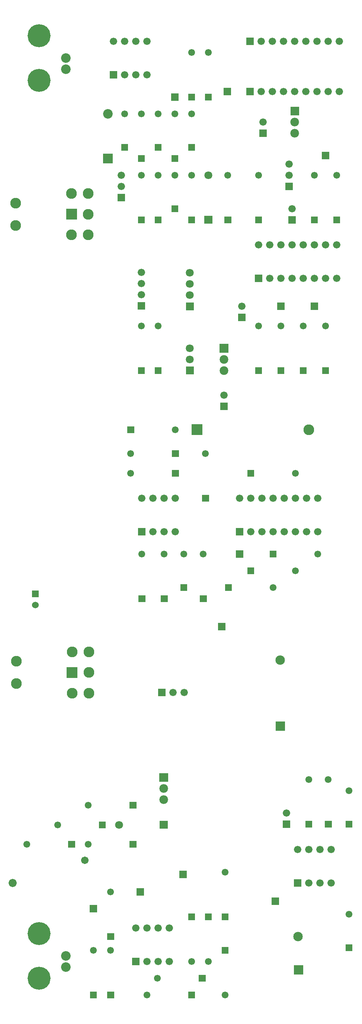
<source format=gbr>
G04 start of page 6 for group -4062 idx -4062 *
G04 Title: (unknown), soldermask *
G04 Creator: pcb 20091103 *
G04 CreationDate: Mon Oct  4 16:31:00 2010 UTC *
G04 For: fosse *
G04 Format: Gerber/RS-274X *
G04 PCB-Dimensions: 440000 900000 *
G04 PCB-Coordinate-Origin: lower left *
%MOIN*%
%FSLAX25Y25*%
%LNBACKMASK*%
%ADD11C,0.0200*%
%ADD18C,0.0600*%
%ADD39C,0.0610*%
%ADD40C,0.0660*%
%ADD41C,0.0860*%
%ADD42C,0.2060*%
%ADD43C,0.0710*%
%ADD44C,0.0960*%
%ADD45C,0.0780*%
%ADD46C,0.0847*%
%ADD47C,0.0722*%
%ADD48C,0.0672*%
G54D11*G36*
X220550Y785450D02*Y779350D01*
X226650D01*
Y785450D01*
X220550D01*
G37*
G36*
X235550Y775450D02*Y769350D01*
X241650D01*
Y775450D01*
X235550D01*
G37*
G36*
X280550Y785450D02*Y779350D01*
X286650D01*
Y785450D01*
X280550D01*
G37*
G36*
X265550Y775450D02*Y769350D01*
X271650D01*
Y775450D01*
X265550D01*
G37*
G36*
X250550Y785450D02*Y779350D01*
X256650D01*
Y785450D01*
X250550D01*
G37*
G54D39*X223600Y812400D03*
X238600D03*
X283600D03*
X268600D03*
X253600D03*
G54D11*G36*
X210300Y850700D02*Y844100D01*
X216900D01*
Y850700D01*
X210300D01*
G37*
G54D40*X213600Y877400D03*
G54D41*X171100Y852400D03*
G54D42*X147100Y842400D03*
G54D41*X171100Y862400D03*
G54D42*X147100Y882400D03*
G54D40*X223600Y847400D03*
X233600D03*
X243600D03*
Y877400D03*
X233600D03*
X223600D03*
G54D11*G36*
X204300Y776700D02*Y768100D01*
X212900D01*
Y776700D01*
X204300D01*
G37*
G54D41*X208600Y812400D03*
G54D11*G36*
X250550Y720450D02*Y714350D01*
X256650D01*
Y720450D01*
X250550D01*
G37*
G36*
X313050D02*Y714350D01*
X319150D01*
Y720450D01*
X313050D01*
G37*
G36*
X280550D02*Y714350D01*
X286650D01*
Y720450D01*
X280550D01*
G37*
G54D39*X253600Y757400D03*
X316100D03*
X283600D03*
X268600D03*
G54D11*G36*
X295050Y720950D02*Y713850D01*
X302150D01*
Y720950D01*
X295050D01*
G37*
G54D43*X298600Y757400D03*
G54D11*G36*
X265550Y730450D02*Y724350D01*
X271650D01*
Y730450D01*
X265550D01*
G37*
G36*
X295550Y830450D02*Y824350D01*
X301650D01*
Y830450D01*
X295550D01*
G37*
G36*
X312300Y835700D02*Y829100D01*
X318900D01*
Y835700D01*
X312300D01*
G37*
G36*
X280550Y830450D02*Y824350D01*
X286650D01*
Y830450D01*
X280550D01*
G37*
G36*
X265300Y830700D02*Y824100D01*
X271900D01*
Y830700D01*
X265300D01*
G37*
G54D39*X298600Y867400D03*
X283600D03*
G54D11*G36*
X217300Y740700D02*Y734100D01*
X223900D01*
Y740700D01*
X217300D01*
G37*
G54D40*X220600Y747400D03*
Y757400D03*
G54D11*G36*
X235550Y720450D02*Y714350D01*
X241650D01*
Y720450D01*
X235550D01*
G37*
G54D39*X238600Y757400D03*
G54D44*X126100Y712400D03*
Y732400D03*
G54D11*G36*
X171300Y727200D02*Y717600D01*
X180900D01*
Y727200D01*
X171300D01*
G37*
G54D44*X176100Y703900D03*
Y740900D03*
X191100Y703900D03*
Y722400D03*
Y740900D03*
G54D11*G36*
X310550Y95950D02*Y89850D01*
X316650D01*
Y95950D01*
X310550D01*
G37*
G36*
Y65950D02*Y59850D01*
X316650D01*
Y65950D01*
X310550D01*
G37*
G54D39*X313600Y22900D03*
G54D40*X243600Y52900D03*
Y82900D03*
G54D39*Y22900D03*
G54D40*X253600Y52900D03*
X263600D03*
Y82900D03*
X253600D03*
G54D39*X253100Y37900D03*
G54D11*G36*
X280550Y95950D02*Y89850D01*
X286650D01*
Y95950D01*
X280550D01*
G37*
G54D39*X283600Y52900D03*
G54D11*G36*
X290050Y40950D02*Y34850D01*
X296150D01*
Y40950D01*
X290050D01*
G37*
G36*
X280550Y25950D02*Y19850D01*
X286650D01*
Y25950D01*
X280550D01*
G37*
G36*
X295550Y95950D02*Y89850D01*
X301650D01*
Y95950D01*
X295550D01*
G37*
G54D39*X298600Y52900D03*
G54D11*G36*
X192550Y25950D02*Y19850D01*
X198650D01*
Y25950D01*
X192550D01*
G37*
G36*
X208050D02*Y19850D01*
X214150D01*
Y25950D01*
X208050D01*
G37*
G54D41*X171100Y47900D03*
G54D42*X147100Y37900D03*
G54D41*X171100Y57900D03*
G54D42*X147100Y77900D03*
G54D39*X195600Y62900D03*
X211100D03*
G54D11*G36*
X192300Y103700D02*Y97100D01*
X198900D01*
Y103700D01*
X192300D01*
G37*
G36*
X230300Y56200D02*Y49600D01*
X236900D01*
Y56200D01*
X230300D01*
G37*
G54D40*X233600Y82900D03*
G54D11*G36*
X208050Y78450D02*Y72350D01*
X214150D01*
Y78450D01*
X208050D01*
G37*
G36*
X228050Y160950D02*Y154850D01*
X234150D01*
Y160950D01*
X228050D01*
G37*
G36*
Y195950D02*Y189850D01*
X234150D01*
Y195950D01*
X228050D01*
G37*
G36*
X255050Y178950D02*Y171850D01*
X262150D01*
Y178950D01*
X255050D01*
G37*
G36*
X272800Y134200D02*Y127600D01*
X279400D01*
Y134200D01*
X272800D01*
G37*
G36*
X254700Y221800D02*Y214000D01*
X262500D01*
Y221800D01*
X254700D01*
G37*
G54D45*X258600Y207900D03*
Y197900D03*
G54D11*G36*
X421550Y178950D02*Y172850D01*
X427650D01*
Y178950D01*
X421550D01*
G37*
G36*
X385550D02*Y172850D01*
X391650D01*
Y178950D01*
X385550D01*
G37*
G36*
X403050D02*Y172850D01*
X409150D01*
Y178950D01*
X403050D01*
G37*
G36*
X365300Y179200D02*Y172600D01*
X371900D01*
Y179200D01*
X365300D01*
G37*
G54D40*X368600Y185900D03*
G54D39*X424600Y205900D03*
X388600Y215900D03*
X406100D03*
G54D11*G36*
X358863Y268110D02*Y259636D01*
X367337D01*
Y268110D01*
X358863D01*
G37*
G54D39*X313600Y132900D03*
G54D11*G36*
X355300Y110200D02*Y103600D01*
X361900D01*
Y110200D01*
X355300D01*
G37*
G36*
X375300Y126700D02*Y120100D01*
X381900D01*
Y126700D01*
X375300D01*
G37*
G54D40*X388600Y123400D03*
X398600D03*
G54D11*G36*
X375209Y49676D02*Y41202D01*
X383683D01*
Y49676D01*
X375209D01*
G37*
G54D46*X379053Y75361D03*
G54D40*X408600Y123400D03*
G54D11*G36*
X421550Y68450D02*Y62350D01*
X427650D01*
Y68450D01*
X421550D01*
G37*
G54D39*X424600Y95400D03*
G54D40*X408600Y153400D03*
X398600D03*
X388600D03*
X378600D03*
G54D39*X191100Y157900D03*
Y192900D03*
G54D11*G36*
X200550Y178450D02*Y172350D01*
X206650D01*
Y178450D01*
X200550D01*
G37*
G54D43*X218600Y175400D03*
G54D39*X163600D03*
G54D11*G36*
X173050Y160950D02*Y154850D01*
X179150D01*
Y160950D01*
X173050D01*
G37*
G54D39*X136100Y157900D03*
G54D47*X123313Y123251D03*
G54D48*X187880Y143723D03*
G54D39*X211100Y115400D03*
G54D11*G36*
X234300Y118700D02*Y112100D01*
X240900D01*
Y118700D01*
X234300D01*
G37*
G54D40*X373600Y664900D03*
X383600D03*
X393600D03*
X403600D03*
G54D11*G36*
X340300Y668200D02*Y661600D01*
X346900D01*
Y668200D01*
X340300D01*
G37*
G54D40*X353600Y664900D03*
X363600D03*
X413600D03*
G54D11*G36*
X390300Y643200D02*Y636600D01*
X396900D01*
Y643200D01*
X390300D01*
G37*
G36*
X278550Y643450D02*Y636350D01*
X285650D01*
Y643450D01*
X278550D01*
G37*
G54D43*X282100Y649900D03*
Y659900D03*
Y669900D03*
G54D11*G36*
X235300Y643700D02*Y637100D01*
X241900D01*
Y643700D01*
X235300D01*
G37*
G54D40*X238600Y650400D03*
Y660400D03*
Y670400D03*
G54D39*Y622400D03*
X253600D03*
X343600D03*
G54D11*G36*
X325300Y633200D02*Y626600D01*
X331900D01*
Y633200D01*
X325300D01*
G37*
G54D40*X328600Y639900D03*
G54D11*G36*
X340550Y585450D02*Y579350D01*
X346650D01*
Y585450D01*
X340550D01*
G37*
G36*
X360550D02*Y579350D01*
X366650D01*
Y585450D01*
X360550D01*
G37*
G36*
X360300Y643200D02*Y636600D01*
X366900D01*
Y643200D01*
X360300D01*
G37*
G54D39*X363600Y622400D03*
G54D11*G36*
X380550Y585450D02*Y579350D01*
X386650D01*
Y585450D01*
X380550D01*
G37*
G54D39*X383600Y622400D03*
G54D11*G36*
X400550Y585450D02*Y579350D01*
X406650D01*
Y585450D01*
X400550D01*
G37*
G54D39*X403600Y622400D03*
G54D11*G36*
X308700Y606300D02*Y598500D01*
X316500D01*
Y606300D01*
X308700D01*
G37*
G54D45*X312600Y592400D03*
Y582400D03*
G54D11*G36*
X278550Y585950D02*Y578850D01*
X285650D01*
Y585950D01*
X278550D01*
G37*
G54D43*X282100Y592400D03*
Y602400D03*
G54D11*G36*
X235550Y585450D02*Y579350D01*
X241650D01*
Y585450D01*
X235550D01*
G37*
G36*
X226050Y532450D02*Y526350D01*
X232150D01*
Y532450D01*
X226050D01*
G37*
G36*
X250550Y585450D02*Y579350D01*
X256650D01*
Y585450D01*
X250550D01*
G37*
G36*
X283800Y534200D02*Y524600D01*
X293400D01*
Y534200D01*
X283800D01*
G37*
G54D39*X269100Y529400D03*
X296100Y507900D03*
G54D11*G36*
X309300Y553700D02*Y547100D01*
X315900D01*
Y553700D01*
X309300D01*
G37*
G54D40*X312600Y560400D03*
X413600Y694900D03*
G54D11*G36*
X410550Y720450D02*Y714350D01*
X416650D01*
Y720450D01*
X410550D01*
G37*
G54D39*X413600Y757400D03*
G54D40*X403600Y694900D03*
G54D11*G36*
X370300Y720700D02*Y714100D01*
X376900D01*
Y720700D01*
X370300D01*
G37*
G54D40*X373600Y727400D03*
G54D11*G36*
X367800Y750700D02*Y744100D01*
X374400D01*
Y750700D01*
X367800D01*
G37*
G36*
X390550Y720450D02*Y714350D01*
X396650D01*
Y720450D01*
X390550D01*
G37*
G54D40*X393600Y694900D03*
X383600D03*
X373600D03*
X363600D03*
X353600D03*
X343600D03*
G54D39*X393600Y757400D03*
G54D11*G36*
X400300Y778200D02*Y771600D01*
X406900D01*
Y778200D01*
X400300D01*
G37*
G36*
X344300Y798200D02*Y791600D01*
X350900D01*
Y798200D01*
X344300D01*
G37*
G54D40*X347600Y804900D03*
G54D11*G36*
X340550Y720450D02*Y714350D01*
X346650D01*
Y720450D01*
X340550D01*
G37*
G54D39*X343600Y757400D03*
G54D11*G36*
X372200Y818800D02*Y811000D01*
X380000D01*
Y818800D01*
X372200D01*
G37*
G54D45*X376100Y804900D03*
Y794900D03*
G54D40*X371100Y757400D03*
Y767400D03*
G54D11*G36*
X332800Y880700D02*Y874100D01*
X339400D01*
Y880700D01*
X332800D01*
G37*
G54D40*X346100Y877400D03*
X356100D03*
X366100D03*
X376100D03*
X386100D03*
X396100D03*
X406100D03*
X416100D03*
G54D11*G36*
X332800Y835700D02*Y829100D01*
X339400D01*
Y835700D01*
X332800D01*
G37*
G54D40*X346100Y832400D03*
X356100D03*
X366100D03*
X376100D03*
X386100D03*
X396100D03*
X406100D03*
X416100D03*
G54D11*G36*
X353550Y420950D02*Y414850D01*
X359650D01*
Y420950D01*
X353550D01*
G37*
G54D46*X363100Y322928D03*
G54D39*X356600Y387900D03*
G54D11*G36*
X307300Y356200D02*Y349600D01*
X313900D01*
Y356200D01*
X307300D01*
G37*
G36*
X291050Y380950D02*Y374850D01*
X297150D01*
Y380950D01*
X291050D01*
G37*
G54D39*X294100Y417900D03*
G54D11*G36*
X293050Y470950D02*Y464850D01*
X299150D01*
Y470950D01*
X293050D01*
G37*
G36*
X313550Y390950D02*Y384850D01*
X319650D01*
Y390950D01*
X313550D01*
G37*
G36*
X323300Y421200D02*Y414600D01*
X329900D01*
Y421200D01*
X323300D01*
G37*
G36*
X333550Y405950D02*Y399850D01*
X339650D01*
Y405950D01*
X333550D01*
G37*
G36*
X266050Y493450D02*Y487350D01*
X272150D01*
Y493450D01*
X266050D01*
G37*
G54D40*X269100Y467900D03*
X259100D03*
X249100D03*
G54D11*G36*
X266050Y510950D02*Y504850D01*
X272150D01*
Y510950D01*
X266050D01*
G37*
G54D39*X229100Y490400D03*
Y507900D03*
G54D11*G36*
X235800Y441200D02*Y434600D01*
X242400D01*
Y441200D01*
X235800D01*
G37*
G54D40*X239100Y467900D03*
G54D11*G36*
X236050Y380950D02*Y374850D01*
X242150D01*
Y380950D01*
X236050D01*
G37*
G54D39*X239100Y417900D03*
G54D40*X249100Y437900D03*
X259100D03*
X269100D03*
G54D39*X396600Y417900D03*
G54D44*X388600Y529400D03*
G54D39*X376600Y402900D03*
Y490400D03*
G54D11*G36*
X323300Y441200D02*Y434600D01*
X329900D01*
Y441200D01*
X323300D01*
G37*
G54D40*X336600Y437900D03*
X346600D03*
X356600D03*
X366600D03*
X376600D03*
X386600D03*
X396600D03*
Y467900D03*
X386600D03*
X376600D03*
X366600D03*
X356600D03*
X346600D03*
X336600D03*
X326600D03*
G54D11*G36*
X333550Y493450D02*Y487350D01*
X339650D01*
Y493450D01*
X333550D01*
G37*
G36*
X253800Y297200D02*Y290600D01*
X260400D01*
Y297200D01*
X253800D01*
G37*
G36*
X256050Y380950D02*Y374850D01*
X262150D01*
Y380950D01*
X256050D01*
G37*
G54D39*X259100Y417900D03*
G54D40*X267100Y293900D03*
X277100D03*
G54D11*G36*
X273550Y390950D02*Y384850D01*
X279650D01*
Y390950D01*
X273550D01*
G37*
G54D39*X276600Y417900D03*
G54D11*G36*
X140600Y385400D02*Y379400D01*
X146600D01*
Y385400D01*
X140600D01*
G37*
G54D18*X143600Y372400D03*
G54D44*X126600Y301900D03*
Y321900D03*
G54D11*G36*
X171800Y316700D02*Y307100D01*
X181400D01*
Y316700D01*
X171800D01*
G37*
G54D44*X191600Y311900D03*
X176600Y293400D03*
X191600D03*
X176600Y330400D03*
X191600D03*
M02*

</source>
